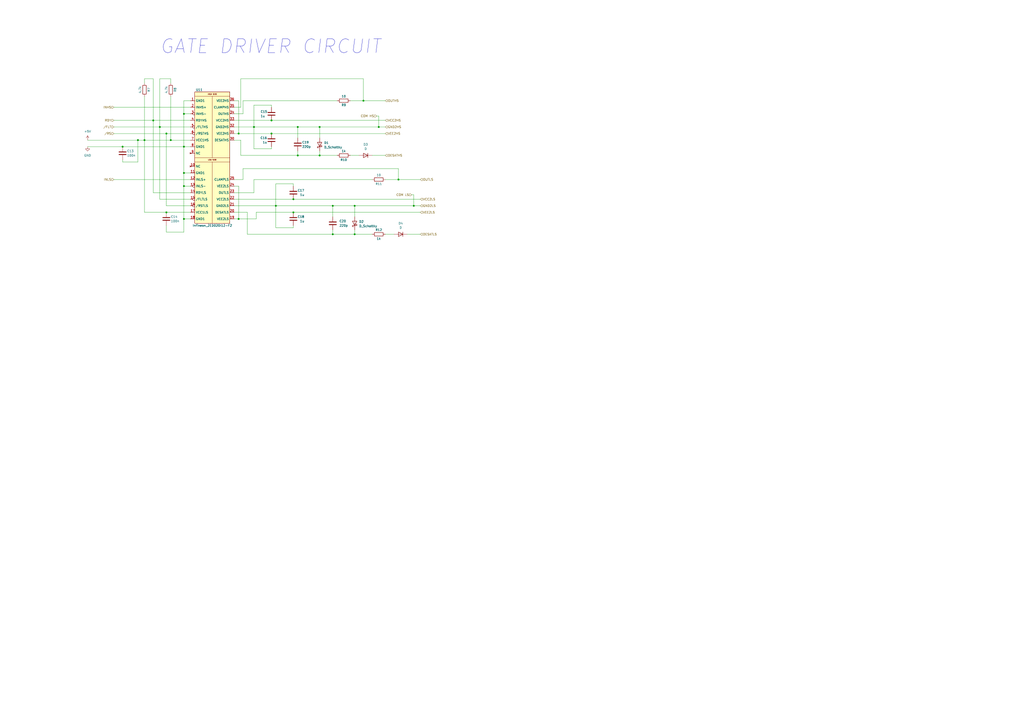
<source format=kicad_sch>
(kicad_sch (version 20230121) (generator eeschema)
  (paper "A2")
  (title_block (title "3-phase DC/AC converter with SV-PWM") (date "2023-03-16") (rev "V. 1.1") (comment 1 "Ingrid Hovland") (comment 2 "Eirik Skorve Haugland") (comment 3 "Marius Englund"))
  (lib_symbols
    (symbol "Device:C" (pin_numbers hide) (pin_names (offset 0.254))
      (property "Reference" "C" (at 0.635 2.54 0))
      (property "Value" "C" (at 0.635 -2.54 0))
      (symbol "C_0_1"
        (polyline (pts (xy -2.032 -0.762) (xy 2.032 -0.762)) (stroke (width 0.508)))
        (polyline (pts (xy -2.032 0.762) (xy 2.032 0.762)) (stroke (width 0.508)))
      )
      (symbol "C_1_1"
        (pin passive line (at 0 3.81 270) (length 2.794) (name "~") (number "1"))
        (pin passive line (at 0 -3.81 90) (length 2.794) (name "~") (number "2"))
      )
    )
    (symbol "Device:D" (pin_numbers hide) (pin_names (offset 1.016) hide)
      (property "Reference" "D" (at 0 2.54 0))
      (property "Value" "D" (at 0 -2.54 0))
      (symbol "D_0_1"
        (polyline (pts (xy -1.27 1.27) (xy -1.27 -1.27)) (stroke (width 0.254)))
        (polyline (pts (xy 1.27 0) (xy -1.27 0)))
        (polyline (pts (xy 1.27 1.27) (xy 1.27 -1.27) (xy -1.27 0) (xy 1.27 1.27)) (stroke (width 0.254)))
      )
      (symbol "D_1_1"
        (pin passive line (at -3.81 0 0) (length 2.54) (name "K") (number "1"))
        (pin passive line (at 3.81 0 180) (length 2.54) (name "A") (number "2"))
      )
    )
    (symbol "Device:D_Schottky" (pin_numbers hide) (pin_names (offset 1.016) hide)
      (property "Reference" "D" (at 0 2.54 0))
      (property "Value" "D_Schottky" (at 0 -2.54 0))
      (symbol "D_Schottky_0_1"
        (polyline (pts (xy 1.27 0) (xy -1.27 0)))
        (polyline (pts (xy 1.27 1.27) (xy 1.27 -1.27) (xy -1.27 0) (xy 1.27 1.27)) (stroke (width 0.254)))
        (polyline (pts (xy -1.905 0.635) (xy -1.905 1.27) (xy -1.27 1.27) (xy -1.27 -1.27) (xy -0.635 -1.27) (xy -0.635 -0.635)) (stroke (width 0.254)))
      )
      (symbol "D_Schottky_1_1"
        (pin passive line (at -3.81 0 0) (length 2.54) (name "K") (number "1"))
        (pin passive line (at 3.81 0 180) (length 2.54) (name "A") (number "2"))
      )
    )
    (symbol "Device:R" (pin_numbers hide) (pin_names (offset 0))
      (property "Reference" "R" (at 2.032 0 90))
      (property "Value" "R" (at 0 0 90))
      (symbol "R_0_1"
        (rectangle (start -1.016 -2.54) (end 1.016 2.54) (stroke (width 0.254)))
      )
      (symbol "R_1_1"
        (pin passive line (at 0 3.81 270) (length 1.27) (name "~") (number "1"))
        (pin passive line (at 0 -3.81 90) (length 1.27) (name "~") (number "2"))
      )
    )
    (symbol "infineon_2ED020I12-F2:Infineon_2ED020I12-F2"
      (property "Reference" "U11" (at -76.2 113.03 0))
      (property "Value" "Infineon_2ED020I12-F2" (at -76.2 110.49 0))
      (symbol "Infineon_2ED020I12-F2_0_0"
        (polyline (pts (xy -86.36 67.31) (xy -66.04 67.31)))
        (polyline (pts (xy -86.36 105.41) (xy -66.04 105.41)))
        (polyline (pts (xy -76.2 67.31) (xy -76.2 31.75)))
        (polyline (pts (xy -76.2 105.41) (xy -76.2 69.85)))
        (text "HIGH SIDE" (at -76.2 106.68 0) (effects (font (size 0.7 0.7))))
        (text "LOW SIDE" (at -76.2 68.58 0) (effects (font (size 0.7 0.7))))
      )
      (symbol "Infineon_2ED020I12-F2_0_1"
        (rectangle (start -86.36 107.95) (end -66.04 31.75))
        (rectangle (start -86.36 107.95) (end -66.04 31.75) (fill (type background)))
        (polyline (pts (xy -86.36 69.85) (xy -66.04 69.85)))
      )
      (symbol "Infineon_2ED020I12-F2_1_1"
        (pin power_in line (at -88.9 102.87 0) (length 2.54) (name "GND1") (number "1"))
        (pin no_connect line (at -88.9 64.77 0) (length 2.54) (name "NC") (number "10"))
        (pin power_in line (at -88.9 60.96 0) (length 2.54) (name "GND1") (number "11"))
        (pin input line (at -88.9 57.15 0) (length 2.54) (name "INLS+") (number "12"))
        (pin input inverted (at -88.9 53.34 0) (length 2.54) (name "INLS-") (number "13"))
        (pin output line (at -88.9 49.53 0) (length 2.54) (name "RDYLS") (number "14"))
        (pin output inverted (at -88.9 45.72 0) (length 2.54) (name "/FLTLS") (number "15"))
        (pin input inverted (at -88.9 41.91 0) (length 2.54) (name "/RSTLS") (number "16"))
        (pin power_in line (at -88.9 38.1 0) (length 2.54) (name "VCC1LS") (number "17"))
        (pin power_in line (at -88.9 34.29 0) (length 2.54) (name "GND1") (number "18"))
        (pin power_in line (at -63.5 34.29 180) (length 2.54) (name "VEE2LS") (number "19"))
        (pin input line (at -88.9 99.06 0) (length 2.54) (name "INHS+") (number "2"))
        (pin input line (at -63.5 38.1 180) (length 2.54) (name "DESATLS") (number "20"))
        (pin power_in line (at -63.5 41.91 180) (length 2.54) (name "GND2LS") (number "21"))
        (pin power_in line (at -63.5 45.72 180) (length 2.54) (name "VCC2LS") (number "22"))
        (pin power_out line (at -63.5 49.53 180) (length 2.54) (name "OUTLS") (number "23"))
        (pin power_in line (at -63.5 53.34 180) (length 2.54) (name "VEE2LS") (number "24"))
        (pin input line (at -63.5 57.15 180) (length 2.54) (name "CLAMPLS") (number "25"))
        (pin input inverted (at -88.9 95.25 0) (length 2.54) (name "INHS-") (number "3"))
        (pin input line (at -63.5 80.01 180) (length 2.54) (name "DESATHS") (number "30"))
        (pin power_in line (at -63.5 83.82 180) (length 2.54) (name "VEE2HS") (number "31"))
        (pin power_in line (at -63.5 87.63 180) (length 2.54) (name "GND2HS") (number "32"))
        (pin power_in line (at -63.5 91.44 180) (length 2.54) (name "VCC2HS") (number "33"))
        (pin power_out line (at -63.5 95.25 180) (length 2.54) (name "OUTHS") (number "34"))
        (pin input line (at -63.5 99.06 180) (length 2.54) (name "CLAMPHS") (number "35"))
        (pin power_in line (at -63.5 102.87 180) (length 2.54) (name "VEE2HS") (number "36"))
        (pin output line (at -88.9 91.44 0) (length 2.54) (name "RDYHS") (number "4"))
        (pin output inverted (at -88.9 87.63 0) (length 2.54) (name "/FLTHS") (number "5"))
        (pin input inverted (at -88.9 83.82 0) (length 2.54) (name "/RSTHS") (number "6"))
        (pin power_in line (at -88.9 80.01 0) (length 2.54) (name "VCC1HS") (number "7"))
        (pin power_in line (at -88.9 76.2 0) (length 2.54) (name "GND1") (number "8"))
        (pin no_connect line (at -88.9 72.39 0) (length 2.54) (name "NC") (number "9"))
      )
    )
    (symbol "power:+5V" (power) (pin_names (offset 0))
      (property "Value" "+5V" (at 0 3.556 0))
      (symbol "+5V_0_1"
        (polyline (pts (xy -0.762 1.27) (xy 0 2.54)))
        (polyline (pts (xy 0 0) (xy 0 2.54)))
        (polyline (pts (xy 0 2.54) (xy 0.762 1.27)))
      )
      (symbol "+5V_1_1"
        (pin power_in line (at 0 0 90) (length 0) hide (name "+5V") (number "1"))
      )
    )
    (symbol "power:GND" (power) (pin_names (offset 0))
      (property "Value" "GND" (at 0 -3.81 0))
      (symbol "GND_0_1"
        (polyline (pts (xy 0 0) (xy 0 -1.27) (xy 1.27 -1.27) (xy 0 -2.54) (xy -1.27 -1.27) (xy 0 -1.27)))
      )
      (symbol "GND_1_1"
        (pin power_in line (at 0 0 270) (length 0) hide (name "GND") (number "1"))
      )
    )
  )
  (junction (at 106.68 66.04))
  (junction (at 80.01 81.28))
  (junction (at 210.82 58.42))
  (junction (at 88.9 69.85))
  (junction (at 106.68 100.33))
  (junction (at 231.14 104.14))
  (junction (at 92.71 73.66))
  (junction (at 106.68 127))
  (junction (at 170.18 123.19))
  (junction (at 106.68 107.95))
  (junction (at 205.74 119.38))
  (junction (at 138.43 77.47))
  (junction (at 157.48 69.85))
  (junction (at 185.42 90.17))
  (junction (at 172.72 73.66))
  (junction (at 160.02 119.38))
  (junction (at 205.74 135.89))
  (junction (at 240.03 119.38))
  (junction (at 138.43 127))
  (junction (at 83.82 81.28))
  (junction (at 170.18 115.57))
  (junction (at 193.04 135.89))
  (junction (at 96.52 77.47))
  (junction (at 147.32 73.66))
  (junction (at 193.04 119.38))
  (junction (at 99.06 81.28))
  (junction (at 219.71 73.66))
  (junction (at 172.72 90.17))
  (junction (at 96.52 123.19))
  (junction (at 157.48 77.47))
  (junction (at 71.12 85.09))
  (junction (at 185.42 73.66))
  (junction (at 106.68 85.09))
  (wire (pts (xy 231.14 97.79) (xy 231.14 104.14)))
  (wire (pts (xy 83.82 48.26) (xy 83.82 45.72)))
  (wire (pts (xy 170.18 123.19) (xy 243.84 123.19)))
  (wire (pts (xy 203.2 58.42) (xy 210.82 58.42)))
  (wire (pts (xy 92.71 115.57) (xy 92.71 73.66)))
  (wire (pts (xy 71.12 92.71) (xy 71.12 93.98)))
  (wire (pts (xy 66.04 69.85) (xy 88.9 69.85)))
  (wire (pts (xy 172.72 73.66) (xy 185.42 73.66)))
  (wire (pts (xy 135.89 104.14) (xy 140.97 104.14)))
  (wire (pts (xy 135.89 69.85) (xy 157.48 69.85)))
  (wire (pts (xy 92.71 45.72) (xy 99.06 45.72)))
  (wire (pts (xy 140.97 58.42) (xy 140.97 66.04)))
  (wire (pts (xy 210.82 45.72) (xy 210.82 58.42)))
  (wire (pts (xy 147.32 73.66) (xy 172.72 73.66)))
  (wire (pts (xy 143.51 123.19) (xy 135.89 123.19)))
  (wire (pts (xy 96.52 123.19) (xy 110.49 123.19)))
  (wire (pts (xy 50.8 85.09) (xy 71.12 85.09)))
  (wire (pts (xy 157.48 86.36) (xy 157.48 85.09)))
  (wire (pts (xy 135.89 119.38) (xy 160.02 119.38)))
  (wire (pts (xy 83.82 123.19) (xy 83.82 81.28)))
  (wire (pts (xy 96.52 130.81) (xy 96.52 134.62)))
  (wire (pts (xy 99.06 55.88) (xy 99.06 81.28)))
  (wire (pts (xy 135.89 66.04) (xy 140.97 66.04)))
  (wire (pts (xy 205.74 119.38) (xy 240.03 119.38)))
  (wire (pts (xy 223.52 104.14) (xy 231.14 104.14)))
  (wire (pts (xy 219.71 67.31) (xy 219.71 73.66)))
  (wire (pts (xy 147.32 104.14) (xy 147.32 111.76)))
  (wire (pts (xy 92.71 73.66) (xy 110.49 73.66)))
  (wire (pts (xy 160.02 106.68) (xy 170.18 106.68)))
  (wire (pts (xy 110.49 127) (xy 106.68 127)))
  (wire (pts (xy 193.04 119.38) (xy 193.04 125.73)))
  (wire (pts (xy 219.71 73.66) (xy 223.52 73.66)))
  (wire (pts (xy 172.72 87.63) (xy 172.72 90.17)))
  (wire (pts (xy 135.89 107.95) (xy 138.43 107.95)) (stroke (width 0) (color 0 132 0 1)))
  (wire (pts (xy 106.68 127) (xy 106.68 107.95)))
  (wire (pts (xy 193.04 133.35) (xy 193.04 135.89)))
  (wire (pts (xy 185.42 73.66) (xy 219.71 73.66)))
  (wire (pts (xy 50.8 81.28) (xy 80.01 81.28)))
  (wire (pts (xy 172.72 73.66) (xy 172.72 80.01)))
  (wire (pts (xy 96.52 134.62) (xy 106.68 134.62)))
  (wire (pts (xy 106.68 85.09) (xy 110.49 85.09)))
  (wire (pts (xy 71.12 93.98) (xy 80.01 93.98)))
  (wire (pts (xy 160.02 132.08) (xy 160.02 119.38)))
  (wire (pts (xy 195.58 58.42) (xy 140.97 58.42)))
  (wire (pts (xy 135.89 127) (xy 138.43 127)))
  (wire (pts (xy 147.32 60.96) (xy 157.48 60.96)))
  (wire (pts (xy 203.2 90.17) (xy 208.28 90.17)))
  (wire (pts (xy 185.42 73.66) (xy 185.42 80.01)))
  (wire (pts (xy 147.32 60.96) (xy 147.32 73.66)))
  (wire (pts (xy 110.49 119.38) (xy 96.52 119.38)))
  (wire (pts (xy 106.68 100.33) (xy 106.68 85.09)))
  (wire (pts (xy 205.74 135.89) (xy 193.04 135.89)))
  (wire (pts (xy 148.59 123.19) (xy 170.18 123.19)))
  (wire (pts (xy 147.32 104.14) (xy 215.9 104.14)))
  (wire (pts (xy 71.12 85.09) (xy 106.68 85.09)))
  (wire (pts (xy 160.02 132.08) (xy 170.18 132.08)))
  (wire (pts (xy 170.18 115.57) (xy 243.84 115.57)))
  (wire (pts (xy 139.7 45.72) (xy 210.82 45.72)))
  (wire (pts (xy 66.04 62.23) (xy 110.49 62.23)))
  (wire (pts (xy 140.97 97.79) (xy 231.14 97.79)))
  (wire (pts (xy 238.76 113.03) (xy 240.03 113.03)))
  (wire (pts (xy 83.82 81.28) (xy 99.06 81.28)))
  (wire (pts (xy 138.43 58.42) (xy 138.43 77.47)) (stroke (width 0) (color 0 132 0 1)))
  (wire (pts (xy 143.51 135.89) (xy 143.51 123.19)))
  (wire (pts (xy 99.06 45.72) (xy 99.06 48.26)))
  (wire (pts (xy 66.04 104.14) (xy 110.49 104.14)))
  (wire (pts (xy 160.02 106.68) (xy 160.02 119.38)))
  (wire (pts (xy 110.49 115.57) (xy 92.71 115.57)))
  (wire (pts (xy 80.01 81.28) (xy 83.82 81.28)))
  (wire (pts (xy 147.32 86.36) (xy 147.32 73.66)))
  (wire (pts (xy 110.49 66.04) (xy 106.68 66.04)))
  (wire (pts (xy 223.52 135.89) (xy 228.6 135.89)))
  (wire (pts (xy 215.9 90.17) (xy 223.52 90.17)))
  (wire (pts (xy 170.18 106.68) (xy 170.18 107.95)))
  (wire (pts (xy 231.14 104.14) (xy 243.84 104.14)))
  (wire (pts (xy 218.44 67.31) (xy 219.71 67.31)))
  (wire (pts (xy 80.01 81.28) (xy 80.01 93.98)))
  (wire (pts (xy 106.68 58.42) (xy 110.49 58.42)))
  (wire (pts (xy 99.06 81.28) (xy 110.49 81.28)))
  (wire (pts (xy 110.49 111.76) (xy 88.9 111.76)))
  (wire (pts (xy 135.89 81.28) (xy 139.7 81.28)))
  (wire (pts (xy 140.97 104.14) (xy 140.97 97.79)))
  (wire (pts (xy 205.74 119.38) (xy 205.74 125.73)))
  (wire (pts (xy 210.82 58.42) (xy 223.52 58.42)))
  (wire (pts (xy 139.7 90.17) (xy 172.72 90.17)))
  (wire (pts (xy 92.71 73.66) (xy 92.71 45.72)))
  (wire (pts (xy 143.51 135.89) (xy 193.04 135.89)))
  (wire (pts (xy 157.48 60.96) (xy 157.48 62.23)))
  (wire (pts (xy 96.52 119.38) (xy 96.52 77.47)))
  (wire (pts (xy 139.7 81.28) (xy 139.7 90.17)))
  (wire (pts (xy 88.9 45.72) (xy 88.9 69.85)))
  (wire (pts (xy 106.68 107.95) (xy 110.49 107.95)))
  (wire (pts (xy 106.68 134.62) (xy 106.68 127)))
  (wire (pts (xy 106.68 107.95) (xy 106.68 100.33)))
  (wire (pts (xy 139.7 62.23) (xy 139.7 45.72)))
  (wire (pts (xy 135.89 115.57) (xy 170.18 115.57)))
  (wire (pts (xy 83.82 55.88) (xy 83.82 81.28)))
  (wire (pts (xy 185.42 90.17) (xy 172.72 90.17)))
  (wire (pts (xy 135.89 77.47) (xy 138.43 77.47)))
  (wire (pts (xy 157.48 69.85) (xy 223.52 69.85)))
  (wire (pts (xy 135.89 58.42) (xy 138.43 58.42)) (stroke (width 0) (color 0 132 0 1)))
  (wire (pts (xy 193.04 119.38) (xy 205.74 119.38)))
  (wire (pts (xy 160.02 119.38) (xy 193.04 119.38)))
  (wire (pts (xy 138.43 77.47) (xy 157.48 77.47)))
  (wire (pts (xy 147.32 73.66) (xy 135.89 73.66)))
  (wire (pts (xy 106.68 100.33) (xy 110.49 100.33)))
  (wire (pts (xy 147.32 86.36) (xy 157.48 86.36)))
  (wire (pts (xy 240.03 113.03) (xy 240.03 119.38)))
  (wire (pts (xy 138.43 107.95) (xy 138.43 127)) (stroke (width 0) (color 0 132 0 1)))
  (wire (pts (xy 135.89 111.76) (xy 147.32 111.76)))
  (wire (pts (xy 66.04 73.66) (xy 92.71 73.66)))
  (wire (pts (xy 88.9 111.76) (xy 88.9 69.85)))
  (wire (pts (xy 106.68 66.04) (xy 106.68 58.42)))
  (wire (pts (xy 135.89 62.23) (xy 139.7 62.23)))
  (wire (pts (xy 205.74 133.35) (xy 205.74 135.89)))
  (wire (pts (xy 240.03 119.38) (xy 243.84 119.38)))
  (wire (pts (xy 170.18 132.08) (xy 170.18 130.81)))
  (wire (pts (xy 88.9 69.85) (xy 110.49 69.85)))
  (wire (pts (xy 83.82 123.19) (xy 96.52 123.19)))
  (wire (pts (xy 185.42 90.17) (xy 195.58 90.17)))
  (wire (pts (xy 83.82 45.72) (xy 88.9 45.72)))
  (wire (pts (xy 66.04 77.47) (xy 96.52 77.47)))
  (wire (pts (xy 106.68 85.09) (xy 106.68 66.04)))
  (wire (pts (xy 236.22 135.89) (xy 243.84 135.89)))
  (wire (pts (xy 138.43 127) (xy 148.59 127)))
  (wire (pts (xy 185.42 87.63) (xy 185.42 90.17)))
  (wire (pts (xy 205.74 135.89) (xy 215.9 135.89)))
  (wire (pts (xy 157.48 77.47) (xy 223.52 77.47)))
  (wire (pts (xy 96.52 77.47) (xy 110.49 77.47)))
  (wire (pts (xy 148.59 127) (xy 148.59 123.19)))
  (text "GATE DRIVER CIRCUIT" (at 92.71 31.75 0) (effects (font (size 8 8) italic) (justify left bottom)))
  (hierarchical_label "COM HS" (shape input) (at 218.44 67.31 180))
  (hierarchical_label "{slash}FLT" (shape input) (at 66.04 73.66 180))
  (hierarchical_label "VEE2HS" (shape input) (at 223.52 77.47 0))
  (hierarchical_label "DESATLS" (shape input) (at 243.84 135.89 0))
  (hierarchical_label "VEE2LS" (shape input) (at 243.84 123.19 0))
  (hierarchical_label "OUTHS" (shape input) (at 223.52 58.42 0))
  (hierarchical_label "INHS" (shape input) (at 66.04 62.23 180))
  (hierarchical_label "RDY" (shape input) (at 66.04 69.85 180))
  (hierarchical_label "OUTLS" (shape input) (at 243.84 104.14 0))
  (hierarchical_label "VCC2HS" (shape input) (at 223.52 69.85 0))
  (hierarchical_label "{slash}RS" (shape input) (at 66.04 77.47 180))
  (hierarchical_label "GND2HS" (shape input) (at 223.52 73.66 0))
  (hierarchical_label "INLS" (shape input) (at 66.04 104.14 180))
  (hierarchical_label "VCC2LS" (shape input) (at 243.84 115.57 0))
  (hierarchical_label "DESATHS" (shape input) (at 223.52 90.17 0))
  (hierarchical_label "COM LS" (shape input) (at 238.76 113.03 180))
  (hierarchical_label "GND2LS" (shape input) (at 243.84 119.38 0))
  (symbol (lib_id "Device:C") (at 157.48 81.28 0) (unit 1)
    (property "Reference" "C16" (at 154.94 80.01 0) (effects (justify right)))
    (property "Value" "1u" (at 154.94 82.55 0) (effects (justify right)))
    (property "Footprint" "Capacitor_SMD:C_1206_3216Metric_Pad1.33x1.80mm_HandSolder" (effects hide))
    (instances (project "SV-PWM_card_R01" (path "" (reference "C16") (unit 1)) (path "" (reference "C24") (unit 1)) (path "" (reference "C32") (unit 1))))
  )
  (symbol (lib_id "Device:C") (at 96.52 127 180) (unit 1)
    (property "Reference" "C14" (at 99.06 125.73 0) (effects (justify right)))
    (property "Value" "100n" (at 99.06 128.27 0) (effects (justify right)))
    (property "Footprint" "Capacitor_SMD:C_1206_3216Metric_Pad1.33x1.80mm_HandSolder" (effects hide))
    (instances (project "SV-PWM_card_R01" (path "" (reference "C14") (unit 1)) (path "" (reference "C22") (unit 1)) (path "" (reference "C30") (unit 1))))
  )
  (symbol (lib_id "power:GND") (at 50.8 85.09 0) (unit 1)
    (property "Reference" "#PWR0155" (effects hide))
    (property "Value" "GND" (at 50.8 90.17 0))
    (instances (project "SV-PWM_card_R01" (path "" (reference "#PWR0155") (unit 1)) (path "" (reference "#PWR0157") (unit 1)) (path "" (reference "#PWR0159") (unit 1))))
  )
  (symbol (lib_id "Device:C") (at 71.12 88.9 180) (unit 1)
    (property "Reference" "C13" (at 73.66 87.63 0) (effects (justify right)))
    (property "Value" "100n" (at 73.66 90.17 0) (effects (justify right)))
    (property "Footprint" "Capacitor_SMD:C_1206_3216Metric_Pad1.33x1.80mm_HandSolder" (effects hide))
    (instances (project "SV-PWM_card_R01" (path "" (reference "C13") (unit 1)) (path "" (reference "C21") (unit 1)) (path "" (reference "C29") (unit 1))))
  )
  (symbol (lib_id "Device:R") (at 199.39 58.42 270) (unit 1)
    (property "Reference" "R9" (at 199.39 60.96 90))
    (property "Value" "10" (at 199.39 55.88 90))
    (property "Footprint" "Resistor_SMD:R_1206_3216Metric_Pad1.30x1.75mm_HandSolder" (effects hide))
    (instances (project "SV-PWM_card_R01" (path "" (reference "R9") (unit 1)) (path "" (reference "R15") (unit 1)) (path "" (reference "R21") (unit 1))))
  )
  (symbol (lib_id "Device:R") (at 99.06 52.07 0) (unit 1)
    (property "Reference" "R8" (at 101.6 52.07 90))
    (property "Value" "4.7k" (at 96.52 52.07 90))
    (property "Footprint" "Resistor_SMD:R_1206_3216Metric_Pad1.30x1.75mm_HandSolder" (effects hide))
    (instances (project "SV-PWM_card_R01" (path "" (reference "R8") (unit 1)) (path "" (reference "R14") (unit 1)) (path "" (reference "R20") (unit 1))))
  )
  (symbol (lib_id "Device:R") (at 83.82 52.07 0) (unit 1)
    (property "Reference" "R7" (at 86.36 52.07 90))
    (property "Value" "4.7k" (at 81.28 52.07 90))
    (property "Footprint" "Resistor_SMD:R_1206_3216Metric_Pad1.30x1.75mm_HandSolder" (effects hide))
    (instances (project "SV-PWM_card_R01" (path "" (reference "R7") (unit 1)) (path "" (reference "R13") (unit 1)) (path "" (reference "R19") (unit 1))))
  )
  (symbol (lib_id "Device:D_Schottky") (at 205.74 129.54 90) (unit 1)
    (property "Reference" "D2" (at 208.28 128.5874 90) (effects (justify right)))
    (property "Value" "D_Schottky" (at 208.28 131.1274 90) (effects (justify right)))
    (property "Footprint" "SVPWM-LIB-footprints:Schottky-BAT165AX" (effects hide))
    (instances (project "SV-PWM_card_R01" (path "" (reference "D2") (unit 1)) (path "" (reference "D6") (unit 1)) (path "" (reference "D10") (unit 1))))
  )
  (symbol (lib_id "Device:D") (at 212.09 90.17 180) (unit 1)
    (property "Reference" "D3" (at 212.09 83.82 0))
    (property "Value" "D" (at 212.09 86.36 0))
    (property "Footprint" "SVPWM-LIB-footprints:Diode-SMBJ50CA" (effects hide))
    (instances (project "SV-PWM_card_R01" (path "" (reference "D3") (unit 1)) (path "" (reference "D7") (unit 1)) (path "" (reference "D11") (unit 1))))
  )
  (symbol (lib_id "power:+5V") (at 50.8 81.28 0) (unit 1)
    (property "Reference" "#PWR0156" (effects hide))
    (property "Value" "+5V" (at 50.8 76.2 0))
    (instances (project "SV-PWM_card_R01" (path "" (reference "#PWR0156") (unit 1)) (path "" (reference "#PWR0158") (unit 1)) (path "" (reference "#PWR0160") (unit 1))))
  )
  (symbol (lib_id "Device:R") (at 219.71 104.14 270) (unit 1)
    (property "Reference" "R11" (at 219.71 106.68 90))
    (property "Value" "10" (at 219.71 101.6 90))
    (property "Footprint" "Resistor_SMD:R_1206_3216Metric_Pad1.30x1.75mm_HandSolder" (effects hide))
    (instances (project "SV-PWM_card_R01" (path "" (reference "R11") (unit 1)) (path "" (reference "R17") (unit 1)) (path "" (reference "R23") (unit 1))))
  )
  (symbol (lib_id "Device:C") (at 157.48 66.04 0) (unit 1)
    (property "Reference" "C15" (at 151.13 64.77 0) (effects (justify left)))
    (property "Value" "1u" (at 151.13 67.31 0) (effects (justify left)))
    (property "Footprint" "Capacitor_SMD:C_1206_3216Metric_Pad1.33x1.80mm_HandSolder" (effects hide))
    (instances (project "SV-PWM_card_R01" (path "" (reference "C15") (unit 1)) (path "" (reference "C23") (unit 1)) (path "" (reference "C31") (unit 1))))
  )
  (symbol (lib_id "Device:R") (at 199.39 90.17 270) (unit 1)
    (property "Reference" "R10" (at 199.39 92.71 90))
    (property "Value" "1k" (at 199.39 87.63 90))
    (property "Footprint" "Resistor_SMD:R_1206_3216Metric_Pad1.30x1.75mm_HandSolder" (effects hide))
    (instances (project "SV-PWM_card_R01" (path "" (reference "R10") (unit 1)) (path "" (reference "R16") (unit 1)) (path "" (reference "R22") (unit 1))))
  )
  (symbol (lib_id "Device:D") (at 232.41 135.89 180) (unit 1)
    (property "Reference" "D4" (at 232.41 129.54 0))
    (property "Value" "D" (at 232.41 132.08 0))
    (property "Footprint" "SVPWM-LIB-footprints:Diode-SMBJ50CA" (effects hide))
    (instances (project "SV-PWM_card_R01" (path "" (reference "D4") (unit 1)) (path "" (reference "D8") (unit 1)) (path "" (reference "D12") (unit 1))))
  )
  (symbol (lib_id "Device:D_Schottky") (at 185.42 83.82 90) (unit 1)
    (property "Reference" "D1" (at 187.96 82.8674 90) (effects (justify right)))
    (property "Value" "D_Schottky" (at 187.96 85.4074 90) (effects (justify right)))
    (property "Footprint" "SVPWM-LIB-footprints:Schottky-BAT165AX" (effects hide))
    (instances (project "SV-PWM_card_R01" (path "" (reference "D1") (unit 1)) (path "" (reference "D5") (unit 1)) (path "" (reference "D9") (unit 1))))
  )
  (symbol (lib_id "Device:C") (at 193.04 129.54 180) (unit 1)
    (property "Reference" "C20" (at 196.85 128.27 0) (effects (justify right)))
    (property "Value" "220p" (at 196.85 130.81 0) (effects (justify right)))
    (property "Footprint" "Capacitor_SMD:C_1206_3216Metric_Pad1.33x1.80mm_HandSolder" (effects hide))
    (instances (project "SV-PWM_card_R01" (path "" (reference "C20") (unit 1)) (path "" (reference "C28") (unit 1)) (path "" (reference "C36") (unit 1))))
  )
  (symbol (lib_id "Device:C") (at 172.72 83.82 180) (unit 1)
    (property "Reference" "C19" (at 175.26 82.55 0) (effects (justify right)))
    (property "Value" "220p" (at 175.26 85.09 0) (effects (justify right)))
    (property "Footprint" "Capacitor_SMD:C_1206_3216Metric_Pad1.33x1.80mm_HandSolder" (effects hide))
    (instances (project "SV-PWM_card_R01" (path "" (reference "C19") (unit 1)) (path "" (reference "C27") (unit 1)) (path "" (reference "C35") (unit 1))))
  )
  (symbol (lib_id "Device:C") (at 170.18 111.76 180) (unit 1)
    (property "Reference" "C17" (at 176.53 110.49 0) (effects (justify left)))
    (property "Value" "1u" (at 176.53 113.03 0) (effects (justify left)))
    (property "Footprint" "Capacitor_SMD:C_1206_3216Metric_Pad1.33x1.80mm_HandSolder" (effects hide))
    (instances (project "SV-PWM_card_R01" (path "" (reference "C17") (unit 1)) (path "" (reference "C25") (unit 1)) (path "" (reference "C33") (unit 1))))
  )
  (symbol (lib_id "Device:R") (at 219.71 135.89 270) (mirror x) (unit 1)
    (property "Reference" "R12" (at 219.71 133.35 90))
    (property "Value" "1k" (at 219.71 138.43 90))
    (property "Footprint" "Resistor_SMD:R_1206_3216Metric_Pad1.30x1.75mm_HandSolder" (effects hide))
    (instances (project "SV-PWM_card_R01" (path "" (reference "R12") (unit 1)) (path "" (reference "R18") (unit 1)) (path "" (reference "R24") (unit 1))))
  )
  (symbol (lib_id "infineon_2ED020I12-F2:Infineon_2ED020I12-F2") (at 199.39 161.29 0) (unit 1)
    (property "Reference" "U11" (at 115.57 52.07 0))
    (property "Value" "Infineon_2ED020I12-F2" (at 123.19 130.81 0))
    (property "Footprint" "SVPWM-LIB-footprints:GateDriver-2ED020I12F2XUMA1" (effects hide))
    (instances (project "SV-PWM_card_R01" (path "" (reference "U11") (unit 1)) (path "" (reference "U12") (unit 1)) (path "" (reference "U13") (unit 1))))
  )
  (symbol (lib_id "Device:C") (at 170.18 127 0) (unit 1)
    (property "Reference" "C18" (at 176.53 125.73 0) (effects (justify right)))
    (property "Value" "1u" (at 176.53 128.27 0) (effects (justify right)))
    (property "Footprint" "Capacitor_SMD:C_1206_3216Metric_Pad1.33x1.80mm_HandSolder" (effects hide))
    (instances (project "SV-PWM_card_R01" (path "" (reference "C18") (unit 1)) (path "" (reference "C26") (unit 1)) (path "" (reference "C34") (unit 1))))
  )
)
</source>
